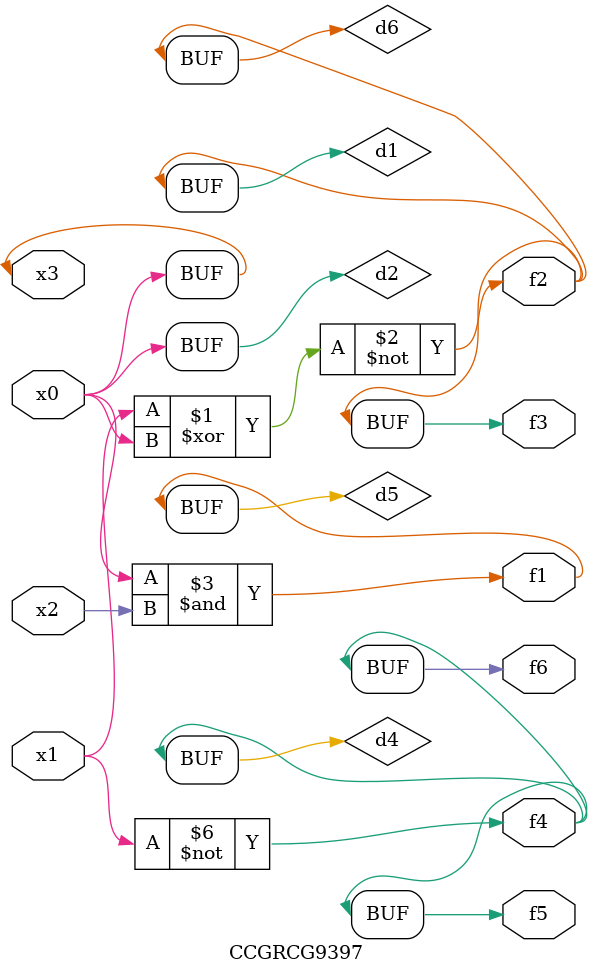
<source format=v>
module CCGRCG9397(
	input x0, x1, x2, x3,
	output f1, f2, f3, f4, f5, f6
);

	wire d1, d2, d3, d4, d5, d6;

	xnor (d1, x1, x3);
	buf (d2, x0, x3);
	nand (d3, x0, x2);
	not (d4, x1);
	nand (d5, d3);
	or (d6, d1);
	assign f1 = d5;
	assign f2 = d6;
	assign f3 = d6;
	assign f4 = d4;
	assign f5 = d4;
	assign f6 = d4;
endmodule

</source>
